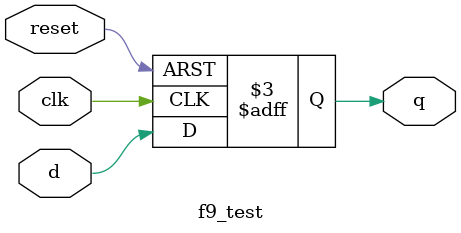
<source format=v>

module f1_test(in, out, clk, reset);
input in, reset;
output reg out;
input clk;
reg signed [3:0] a;
reg signed [3:0] b;
reg signed [3:0] c;
reg [5:0] d;
reg [5:0] e;

always @(clk or reset) begin
    a = -4;
    b = 2;
    c = a + b;
    d = a + b + c;
    d = d*d;
    if(b)
        e = d*d;
    else 
        e = d + d;
end
endmodule

// test_parse2synthtrans_case_1_test.v
module f2_demultiplexer1_to_4 (out0, out1, out2, out3, in, s1, s0);
output out0, out1, out2, out3;
reg out0, out1, out2, out3;
input in;
input s1, s0;
reg [3:0] encoding;
reg [1:0] state;
   always @(encoding) begin
        case (encoding)
        4'bxx11: state = 1;
        4'bx0xx: state = 3;
        4'b11xx: state = 4;
        4'bx1xx: state = 2;
        4'bxx1x: state = 1;
        4'bxxx1: state = 0;
        default: state = 0;
        endcase
   end
   
   always @(encoding) begin
        case (encoding)
        4'b0000: state = 1;
        default: state = 0;
        endcase
   end
endmodule

// test_parse2synthtrans_contassign_1_test.v
module f3_test(in, out);

input wire in;
output  out;
assign out = (in+in);
assign out = 74;
endmodule

// test_parse2synthtrans_module_basic0_test.v
module f4_test;
endmodule

// test_parse2synthtrans_operators_1_test.v
module f5_test(in, out);
input in;
output out;
parameter p1 = 10;
parameter p2 = 5;

assign out = +p1;
assign out = -p2;
assign out = p1 + p2;
assign out = p1 - p2;
endmodule

// test_parse2synthtrans_param_1_test.v
module f6_test(in, out);
input in;
output out;
parameter p = 10;

assign out = p;
endmodule

// test_parse2synthtrans_port_scalar_1_test.v
module f7_test(in, out, io);
inout io;
output out;
input in;

endmodule

// test_parse2synthtrans_port_vector_1_test.v
module f8_test(in1, in2, out1, out2, io1, io2);
inout [1:0] io1;
inout [0:1] io2;
output [1:0] out1;
output [0:1] out2;
input [1:0] in1;
input [0:1] in2;

endmodule

// test_parse2synthtrans_v2k_comb_logic_sens_list_test.v
module f9_test(q, d, clk, reset);
output reg q;
input d, clk, reset;

always @ (posedge clk, negedge reset)
	if(!reset) q <= 0;
	else q <= d;

endmodule

</source>
